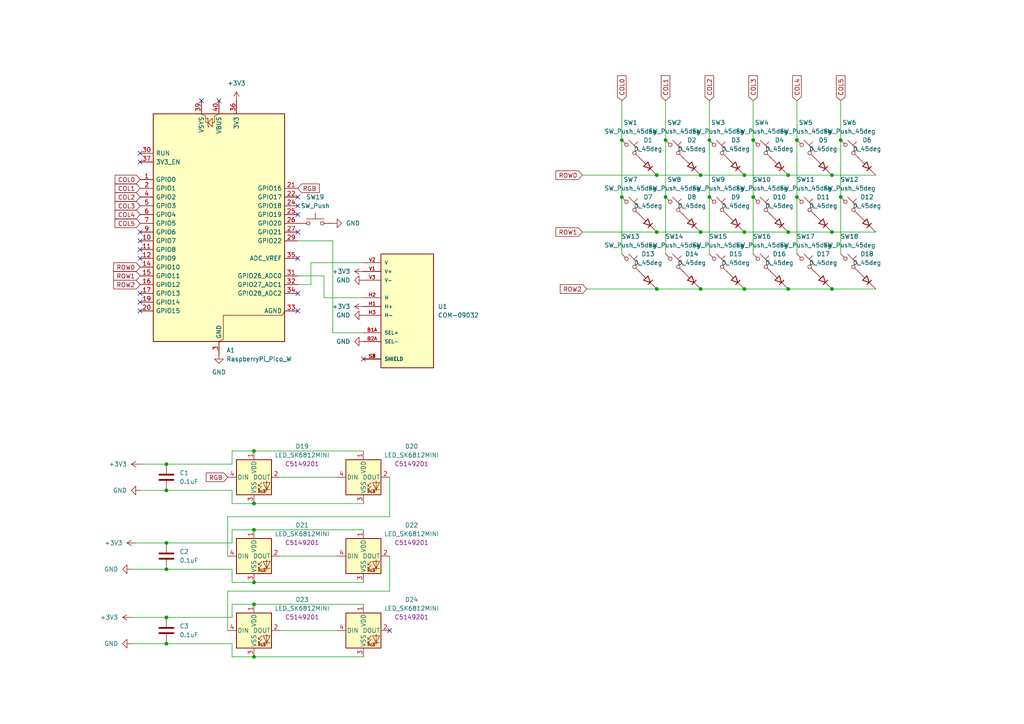
<source format=kicad_sch>
(kicad_sch (version 20250114) (generator "eeschema") (generator_version "9.0")
  (paper "A4")
  (lib_symbols
    (symbol "COM-09032:COM-09032" (pin_names (offset 1.016))
      (property "Reference" "U" (at -7.62 16.002 0))
      (property "Value" "COM-09032" (at -7.62 -20.32 0))
      (symbol "COM-09032_0_0"
        (rectangle (start -7.62 -17.78) (end 7.62 15.24) (stroke (width 0.254)) (fill (type background)))
        (pin passive line (at -12.7 12.7 0) (length 5.08) (name "V") (number "V2"))
        (pin passive line (at -12.7 10.16 0) (length 5.08) (name "V+") (number "V1"))
        (pin passive line (at -12.7 7.62 0) (length 5.08) (name "V-") (number "V3"))
        (pin passive line (at -12.7 2.54 0) (length 5.08) (name "H") (number "H2"))
        (pin passive line (at -12.7 0 0) (length 5.08) (name "H+") (number "H1"))
        (pin passive line (at -12.7 -2.54 0) (length 5.08) (name "H-") (number "H3"))
        (pin passive line (at -12.7 -7.62 0) (length 5.08) (name "SEL+") (number "B1A"))
        (pin passive line (at -12.7 -10.16 0) (length 5.08) (name "SEL-") (number "B2A"))
        (pin passive line (at -12.7 -15.24 0) (length 5.08) (name "SHIELD") (number "S1"))
        (pin passive line (at -12.7 -15.24 0) (length 5.08) (name "SHIELD") (number "S2"))
        (pin passive line (at -12.7 -15.24 0) (length 5.08) (name "SHIELD") (number "S3"))
        (pin passive line (at -12.7 -15.24 0) (length 5.08) (name "SHIELD") (number "S4"))
      )
    )
    (symbol "Device:C" (pin_numbers (hide yes)) (pin_names (offset 0.254))
      (property "Reference" "C" (at 0.635 2.54 0))
      (property "Value" "C" (at 0.635 -2.54 0))
      (symbol "C_0_1"
        (polyline (pts (xy -2.032 0.762) (xy 2.032 0.762)) (stroke (width 0.508)))
        (polyline (pts (xy -2.032 -0.762) (xy 2.032 -0.762)) (stroke (width 0.508)))
      )
      (symbol "C_1_1"
        (pin passive line (at 0 3.81 270) (length 2.794) (name "~") (number "1"))
        (pin passive line (at 0 -3.81 90) (length 2.794) (name "~") (number "2"))
      )
    )
    (symbol "Device:D_45deg" (pin_numbers (hide yes)) (pin_names (offset 0) (hide yes))
      (property "Reference" "D" (at 1.27 2.54 0))
      (property "Value" "D_45deg" (at 1.27 0 0))
      (symbol "D_45deg_0_1"
        (polyline (pts (xy -1.27 0) (xy 0 1.27) (xy 0.635 -0.635) (xy -1.27 0)) (stroke (width 0.254)))
        (polyline (pts (xy -0.635 0.635) (xy -2.54 2.54)))
        (polyline (pts (xy 0 -1.27) (xy 1.27 0)) (stroke (width 0.254)))
        (polyline (pts (xy 2.54 -2.54) (xy 0.635 -0.635)))
      )
      (symbol "D_45deg_1_1"
        (pin passive line (at -2.54 2.54 0) (length 0) (name "A") (number "2"))
        (pin passive line (at 2.54 -2.54 180) (length 0) (name "K") (number "1"))
      )
    )
    (symbol "MCU_Module:RaspberryPi_Pico_W" (pin_names (offset 0.762))
      (property "Reference" "A" (at -19.05 35.56 0))
      (property "Value" "RaspberryPi_Pico_W" (at 7.62 35.56 0))
      (symbol "RaspberryPi_Pico_W_0_1"
        (rectangle (start -19.05 34.29) (end 19.05 -31.75) (stroke (width 0.254)) (fill (type background)))
        (polyline (pts (xy -5.08 34.29) (xy -3.81 33.655) (xy -3.81 31.75) (xy -3.175 31.75)))
        (polyline (pts (xy -3.429 32.766) (xy -3.429 33.02) (xy -3.175 33.02) (xy -3.175 30.48) (xy -2.921 30.48) (xy -2.921 30.734)))
        (polyline (pts (xy -3.175 31.75) (xy -1.905 33.02) (xy -1.905 30.48) (xy -3.175 31.75)))
        (polyline (pts (xy 0 34.29) (xy -1.27 33.655) (xy -1.27 31.75) (xy -1.905 31.75)))
        (polyline (pts (xy 0 -31.75) (xy 1.27 -31.115) (xy 1.27 -24.13) (xy 18.415 -24.13) (xy 19.05 -22.86)))
      )
      (symbol "RaspberryPi_Pico_W_1_1"
        (pin passive line (at -22.86 22.86 0) (length 3.81) (name "RUN") (number "30"))
        (pin passive line (at -22.86 20.32 0) (length 3.81) (name "3V3_EN") (number "37"))
        (pin bidirectional line (at -22.86 15.24 0) (length 3.81) (name "GPIO0") (number "1"))
        (pin bidirectional line (at -22.86 12.7 0) (length 3.81) (name "GPIO1") (number "2"))
        (pin bidirectional line (at -22.86 10.16 0) (length 3.81) (name "GPIO2") (number "4"))
        (pin bidirectional line (at -22.86 7.62 0) (length 3.81) (name "GPIO3") (number "5"))
        (pin bidirectional line (at -22.86 5.08 0) (length 3.81) (name "GPIO4") (number "6"))
        (pin bidirectional line (at -22.86 2.54 0) (length 3.81) (name "GPIO5") (number "7"))
        (pin bidirectional line (at -22.86 0 0) (length 3.81) (name "GPIO6") (number "9"))
        (pin bidirectional line (at -22.86 -2.54 0) (length 3.81) (name "GPIO7") (number "10"))
        (pin bidirectional line (at -22.86 -5.08 0) (length 3.81) (name "GPIO8") (number "11"))
        (pin bidirectional line (at -22.86 -7.62 0) (length 3.81) (name "GPIO9") (number "12"))
        (pin bidirectional line (at -22.86 -10.16 0) (length 3.81) (name "GPIO10") (number "14"))
        (pin bidirectional line (at -22.86 -12.7 0) (length 3.81) (name "GPIO11") (number "15"))
        (pin bidirectional line (at -22.86 -15.24 0) (length 3.81) (name "GPIO12") (number "16"))
        (pin bidirectional line (at -22.86 -17.78 0) (length 3.81) (name "GPIO13") (number "17"))
        (pin bidirectional line (at -22.86 -20.32 0) (length 3.81) (name "GPIO14") (number "19"))
        (pin bidirectional line (at -22.86 -22.86 0) (length 3.81) (name "GPIO15") (number "20"))
        (pin power_in line (at -5.08 38.1 270) (length 3.81) (name "VSYS") (number "39"))
        (pin power_out line (at 0 38.1 270) (length 3.81) (name "VBUS") (number "40"))
        (pin passive line (at 0 -35.56 90) (length 3.81) (hide yes) (name "GND") (number "13"))
        (pin passive line (at 0 -35.56 90) (length 3.81) (hide yes) (name "GND") (number "18"))
        (pin passive line (at 0 -35.56 90) (length 3.81) (hide yes) (name "GND") (number "23"))
        (pin passive line (at 0 -35.56 90) (length 3.81) (hide yes) (name "GND") (number "28"))
        (pin power_out line (at 0 -35.56 90) (length 3.81) (name "GND") (number "3"))
        (pin passive line (at 0 -35.56 90) (length 3.81) (hide yes) (name "GND") (number "38"))
        (pin passive line (at 0 -35.56 90) (length 3.81) (hide yes) (name "GND") (number "8"))
        (pin power_out line (at 5.08 38.1 270) (length 3.81) (name "3V3") (number "36"))
        (pin bidirectional line (at 22.86 12.7 180) (length 3.81) (name "GPIO16") (number "21"))
        (pin bidirectional line (at 22.86 10.16 180) (length 3.81) (name "GPIO17") (number "22"))
        (pin bidirectional line (at 22.86 7.62 180) (length 3.81) (name "GPIO18") (number "24"))
        (pin bidirectional line (at 22.86 5.08 180) (length 3.81) (name "GPIO19") (number "25"))
        (pin bidirectional line (at 22.86 2.54 180) (length 3.81) (name "GPIO20") (number "26"))
        (pin bidirectional line (at 22.86 0 180) (length 3.81) (name "GPIO21") (number "27"))
        (pin bidirectional line (at 22.86 -2.54 180) (length 3.81) (name "GPIO22") (number "29"))
        (pin power_in line (at 22.86 -7.62 180) (length 3.81) (name "ADC_VREF") (number "35"))
        (pin bidirectional line (at 22.86 -12.7 180) (length 3.81) (name "GPIO26_ADC0") (number "31"))
        (pin bidirectional line (at 22.86 -15.24 180) (length 3.81) (name "GPIO27_ADC1") (number "32"))
        (pin bidirectional line (at 22.86 -17.78 180) (length 3.81) (name "GPIO28_ADC2") (number "34"))
        (pin power_out line (at 22.86 -22.86 180) (length 3.81) (name "AGND") (number "33"))
      )
    )
    (symbol "ScottoKeebs:LED_SK6812MINI" (pin_names (offset 0.254))
      (property "Reference" "D" (at 2.032 5.588 0))
      (property "Value" "LED_SK6812MINI" (at 1.27 -5.715 0))
      (property "LCSC" "C5149201" (at 0 0 0))
      (symbol "LED_SK6812MINI_0_0"
        (text "RGB" (at 2.286 -4.191 0) (effects (font (size 0.762 0.762))))
      )
      (symbol "LED_SK6812MINI_0_1"
        (rectangle (start -5.08 5.08) (end 5.08 -5.08) (stroke (width 0.254)) (fill (type background)))
        (polyline (pts (xy 1.27 -2.54) (xy 1.778 -2.54)))
        (polyline (pts (xy 1.27 -3.556) (xy 1.778 -3.556)))
        (polyline (pts (xy 2.286 -1.524) (xy 1.27 -2.54) (xy 1.27 -2.032)))
        (polyline (pts (xy 2.286 -2.54) (xy 1.27 -3.556) (xy 1.27 -3.048)))
        (polyline (pts (xy 3.683 -1.016) (xy 3.683 -3.556) (xy 3.683 -4.064)))
        (polyline (pts (xy 4.699 -1.524) (xy 2.667 -1.524) (xy 3.683 -3.556) (xy 4.699 -1.524)))
        (polyline (pts (xy 4.699 -3.556) (xy 2.667 -3.556)))
      )
      (symbol "LED_SK6812MINI_1_1"
        (pin input line (at -7.62 0 0) (length 2.54) (name "DIN") (number "4"))
        (pin power_in line (at 0 7.62 270) (length 2.54) (name "VDD") (number "1"))
        (pin power_in line (at 0 -7.62 90) (length 2.54) (name "VSS") (number "3"))
        (pin output line (at 7.62 0 180) (length 2.54) (name "DOUT") (number "2"))
      )
    )
    (symbol "Switch:SW_Push" (pin_numbers (hide yes)) (pin_names (offset 1.016) (hide yes))
      (property "Reference" "SW" (at 1.27 2.54 0))
      (property "Value" "SW_Push" (at 0 -1.524 0))
      (symbol "SW_Push_0_1"
        (circle (center -2.032 0) (radius 0.508))
        (polyline (pts (xy 0 1.27) (xy 0 3.048)))
        (circle (center 2.032 0) (radius 0.508))
        (polyline (pts (xy 2.54 1.27) (xy -2.54 1.27)))
        (pin passive line (at -5.08 0 0) (length 2.54) (name "1") (number "1"))
        (pin passive line (at 5.08 0 180) (length 2.54) (name "2") (number "2"))
      )
    )
    (symbol "Switch:SW_Push_45deg" (pin_numbers (hide yes)) (pin_names (offset 1.016) (hide yes))
      (property "Reference" "SW" (at 3.048 1.016 0))
      (property "Value" "SW_Push_45deg" (at 0 -3.81 0))
      (symbol "SW_Push_45deg_0_1"
        (polyline (pts (xy -2.54 2.54) (xy -1.524 1.524) (xy -1.524 1.524)))
        (circle (center -1.1684 1.1684) (radius 0.508))
        (polyline (pts (xy -0.508 2.54) (xy 2.54 -0.508)))
        (polyline (pts (xy 1.016 1.016) (xy 2.032 2.032)))
        (circle (center 1.143 -1.1938) (radius 0.508))
        (polyline (pts (xy 1.524 -1.524) (xy 2.54 -2.54) (xy 2.54 -2.54) (xy 2.54 -2.54)))
        (pin passive line (at -2.54 2.54 0) (length 0) (name "1") (number "1"))
        (pin passive line (at 2.54 -2.54 180) (length 0) (name "2") (number "2"))
      )
    )
    (symbol "power:+3V3" (power) (pin_numbers (hide yes)) (pin_names (offset 0) (hide yes))
      (property "Value" "+3V3" (at 0 3.556 0))
      (symbol "+3V3_0_1"
        (polyline (pts (xy -0.762 1.27) (xy 0 2.54)))
        (polyline (pts (xy 0 2.54) (xy 0.762 1.27)))
        (polyline (pts (xy 0 0) (xy 0 2.54)))
      )
      (symbol "+3V3_1_1"
        (pin power_in line (at 0 0 90) (length 0) (name "~") (number "1"))
      )
    )
    (symbol "power:GND" (power) (pin_numbers (hide yes)) (pin_names (offset 0) (hide yes))
      (property "Value" "GND" (at 0 -3.81 0))
      (symbol "GND_0_1"
        (polyline (pts (xy 0 0) (xy 0 -1.27) (xy 1.27 -1.27) (xy 0 -2.54) (xy -1.27 -1.27) (xy 0 -1.27)))
      )
      (symbol "GND_1_1"
        (pin power_in line (at 0 0 270) (length 0) (name "~") (number "1"))
      )
    )
  )
  (junction (at 231.14 57.15))
  (junction (at 241.3 67.31))
  (junction (at 243.84 40.64))
  (junction (at 48.26 179.07))
  (junction (at 48.26 157.48))
  (junction (at 205.74 57.15))
  (junction (at 241.3 83.82))
  (junction (at 215.9 50.8))
  (junction (at 190.5 50.8))
  (junction (at 228.6 50.8))
  (junction (at 73.66 153.67))
  (junction (at 190.5 67.31))
  (junction (at 48.26 165.1))
  (junction (at 73.66 168.91))
  (junction (at 190.5 83.82))
  (junction (at 48.26 134.62))
  (junction (at 48.26 142.24))
  (junction (at 203.2 83.82))
  (junction (at 228.6 67.31))
  (junction (at 241.3 50.8))
  (junction (at 228.6 83.82))
  (junction (at 193.04 57.15))
  (junction (at 218.44 57.15))
  (junction (at 73.66 190.5))
  (junction (at 215.9 67.31))
  (junction (at 73.66 130.81))
  (junction (at 243.84 57.15))
  (junction (at 73.66 175.26))
  (junction (at 218.44 40.64))
  (junction (at 231.14 40.64))
  (junction (at 203.2 67.31))
  (junction (at 203.2 50.8))
  (junction (at 180.34 40.64))
  (junction (at 215.9 83.82))
  (junction (at 180.34 57.15))
  (junction (at 48.26 186.69))
  (junction (at 205.74 40.64))
  (junction (at 193.04 40.64))
  (junction (at 73.66 146.05))
  (no_connect (at 40.64 69.85))
  (no_connect (at 86.36 85.09))
  (no_connect (at 86.36 90.17))
  (no_connect (at 40.64 67.31))
  (no_connect (at 86.36 67.31))
  (no_connect (at 86.36 59.69))
  (no_connect (at 105.41 104.14))
  (no_connect (at 40.64 44.45))
  (no_connect (at 63.5 29.21))
  (no_connect (at 86.36 62.23))
  (no_connect (at 86.36 57.15))
  (no_connect (at 58.42 29.21))
  (no_connect (at 40.64 85.09))
  (no_connect (at 40.64 74.93))
  (no_connect (at 40.64 90.17))
  (no_connect (at 40.64 87.63))
  (no_connect (at 113.03 182.88))
  (no_connect (at 86.36 74.93))
  (no_connect (at 40.64 72.39))
  (no_connect (at 40.64 46.99))
  (wire (pts (xy 228.6 83.82) (xy 241.3 83.82)))
  (wire (pts (xy 105.41 96.52) (xy 96.52 96.52)))
  (wire (pts (xy 48.26 134.62) (xy 67.31 134.62)))
  (wire (pts (xy 231.14 40.64) (xy 231.14 57.15)))
  (wire (pts (xy 105.41 76.2) (xy 90.17 76.2)))
  (wire (pts (xy 205.74 29.21) (xy 205.74 40.64)))
  (wire (pts (xy 218.44 57.15) (xy 218.44 73.66)))
  (wire (pts (xy 67.31 168.91) (xy 73.66 168.91)))
  (wire (pts (xy 93.98 86.36) (xy 93.98 80.01)))
  (wire (pts (xy 38.1 179.07) (xy 48.26 179.07)))
  (wire (pts (xy 190.5 67.31) (xy 203.2 67.31)))
  (wire (pts (xy 48.26 165.1) (xy 67.31 165.1)))
  (wire (pts (xy 180.34 57.15) (xy 180.34 73.66)))
  (wire (pts (xy 81.28 138.43) (xy 97.79 138.43)))
  (wire (pts (xy 190.5 83.82) (xy 203.2 83.82)))
  (wire (pts (xy 203.2 67.31) (xy 215.9 67.31)))
  (wire (pts (xy 218.44 40.64) (xy 218.44 57.15)))
  (wire (pts (xy 81.28 161.29) (xy 97.79 161.29)))
  (wire (pts (xy 190.5 50.8) (xy 203.2 50.8)))
  (wire (pts (xy 73.66 146.05) (xy 105.41 146.05)))
  (wire (pts (xy 215.9 67.31) (xy 228.6 67.31)))
  (wire (pts (xy 105.41 86.36) (xy 93.98 86.36)))
  (wire (pts (xy 66.04 171.45) (xy 66.04 182.88)))
  (wire (pts (xy 218.44 29.21) (xy 218.44 40.64)))
  (wire (pts (xy 193.04 40.64) (xy 193.04 57.15)))
  (wire (pts (xy 113.03 161.29) (xy 113.03 171.45)))
  (wire (pts (xy 215.9 50.8) (xy 228.6 50.8)))
  (wire (pts (xy 73.66 130.81) (xy 105.41 130.81)))
  (wire (pts (xy 203.2 83.82) (xy 215.9 83.82)))
  (wire (pts (xy 203.2 50.8) (xy 215.9 50.8)))
  (wire (pts (xy 73.66 153.67) (xy 105.41 153.67)))
  (wire (pts (xy 48.26 142.24) (xy 67.31 142.24)))
  (wire (pts (xy 73.66 190.5) (xy 105.41 190.5)))
  (wire (pts (xy 81.28 182.88) (xy 97.79 182.88)))
  (wire (pts (xy 241.3 83.82) (xy 254 83.82)))
  (wire (pts (xy 241.3 50.8) (xy 254 50.8)))
  (wire (pts (xy 205.74 57.15) (xy 205.74 73.66)))
  (wire (pts (xy 113.03 149.86) (xy 66.04 149.86)))
  (wire (pts (xy 243.84 40.64) (xy 243.84 57.15)))
  (wire (pts (xy 193.04 57.15) (xy 193.04 73.66)))
  (wire (pts (xy 67.31 179.07) (xy 67.31 175.26)))
  (wire (pts (xy 113.03 171.45) (xy 66.04 171.45)))
  (wire (pts (xy 228.6 67.31) (xy 241.3 67.31)))
  (wire (pts (xy 38.1 186.69) (xy 48.26 186.69)))
  (wire (pts (xy 66.04 149.86) (xy 66.04 161.29)))
  (wire (pts (xy 67.31 134.62) (xy 67.31 130.81)))
  (wire (pts (xy 40.64 142.24) (xy 48.26 142.24)))
  (wire (pts (xy 48.26 186.69) (xy 67.31 186.69)))
  (wire (pts (xy 67.31 146.05) (xy 73.66 146.05)))
  (wire (pts (xy 228.6 50.8) (xy 241.3 50.8)))
  (wire (pts (xy 67.31 186.69) (xy 67.31 190.5)))
  (wire (pts (xy 67.31 190.5) (xy 73.66 190.5)))
  (wire (pts (xy 113.03 138.43) (xy 113.03 149.86)))
  (wire (pts (xy 73.66 175.26) (xy 105.41 175.26)))
  (wire (pts (xy 180.34 40.64) (xy 180.34 57.15)))
  (wire (pts (xy 215.9 83.82) (xy 228.6 83.82)))
  (wire (pts (xy 243.84 57.15) (xy 243.84 73.66)))
  (wire (pts (xy 67.31 153.67) (xy 73.66 153.67)))
  (wire (pts (xy 96.52 69.85) (xy 86.36 69.85)))
  (wire (pts (xy 241.3 67.31) (xy 254 67.31)))
  (wire (pts (xy 170.18 83.82) (xy 190.5 83.82)))
  (wire (pts (xy 73.66 168.91) (xy 105.41 168.91)))
  (wire (pts (xy 205.74 40.64) (xy 205.74 57.15)))
  (wire (pts (xy 67.31 175.26) (xy 73.66 175.26)))
  (wire (pts (xy 90.17 76.2) (xy 90.17 82.55)))
  (wire (pts (xy 67.31 157.48) (xy 67.31 153.67)))
  (wire (pts (xy 193.04 29.21) (xy 193.04 40.64)))
  (wire (pts (xy 168.91 50.8) (xy 190.5 50.8)))
  (wire (pts (xy 231.14 29.21) (xy 231.14 40.64)))
  (wire (pts (xy 90.17 82.55) (xy 86.36 82.55)))
  (wire (pts (xy 67.31 130.81) (xy 73.66 130.81)))
  (wire (pts (xy 40.64 134.62) (xy 48.26 134.62)))
  (wire (pts (xy 243.84 29.21) (xy 243.84 40.64)))
  (wire (pts (xy 38.1 165.1) (xy 48.26 165.1)))
  (wire (pts (xy 168.91 67.31) (xy 190.5 67.31)))
  (wire (pts (xy 48.26 157.48) (xy 67.31 157.48)))
  (wire (pts (xy 67.31 165.1) (xy 67.31 168.91)))
  (wire (pts (xy 180.34 29.21) (xy 180.34 40.64)))
  (wire (pts (xy 48.26 179.07) (xy 67.31 179.07)))
  (wire (pts (xy 231.14 57.15) (xy 231.14 73.66)))
  (wire (pts (xy 39.37 157.48) (xy 48.26 157.48)))
  (wire (pts (xy 96.52 96.52) (xy 96.52 69.85)))
  (wire (pts (xy 93.98 80.01) (xy 86.36 80.01)))
  (wire (pts (xy 67.31 142.24) (xy 67.31 146.05)))
  (global_label "ROW0" (shape input) (at 168.91 50.8 180) (property "Intersheetrefs" "${INTERSHEET_REFS}" (effects (hide yes))))
  (global_label "COL5" (shape input) (at 243.84 29.21 90) (property "Intersheetrefs" "${INTERSHEET_REFS}" (effects (hide yes))))
  (global_label "COL3" (shape input) (at 40.64 59.69 180) (property "Intersheetrefs" "${INTERSHEET_REFS}" (effects (hide yes))))
  (global_label "ROW1" (shape input) (at 40.64 80.01 180) (property "Intersheetrefs" "${INTERSHEET_REFS}" (effects (hide yes))))
  (global_label "ROW2" (shape input) (at 40.64 82.55 180) (property "Intersheetrefs" "${INTERSHEET_REFS}" (effects (hide yes))))
  (global_label "COL0" (shape input) (at 180.34 29.21 90) (property "Intersheetrefs" "${INTERSHEET_REFS}" (effects (hide yes))))
  (global_label "COL5" (shape input) (at 40.64 64.77 180) (property "Intersheetrefs" "${INTERSHEET_REFS}" (effects (hide yes))))
  (global_label "COL4" (shape input) (at 40.64 62.23 180) (property "Intersheetrefs" "${INTERSHEET_REFS}" (effects (hide yes))))
  (global_label "ROW1" (shape input) (at 168.91 67.31 180) (property "Intersheetrefs" "${INTERSHEET_REFS}" (effects (hide yes))))
  (global_label "COL0" (shape input) (at 40.64 52.07 180) (property "Intersheetrefs" "${INTERSHEET_REFS}" (effects (hide yes))))
  (global_label "RGB" (shape input) (at 66.04 138.43 180) (property "Intersheetrefs" "${INTERSHEET_REFS}" (effects (hide yes))))
  (global_label "ROW2" (shape input) (at 170.18 83.82 180) (property "Intersheetrefs" "${INTERSHEET_REFS}" (effects (hide yes))))
  (global_label "COL1" (shape input) (at 40.64 54.61 180) (property "Intersheetrefs" "${INTERSHEET_REFS}" (effects (hide yes))))
  (global_label "COL4" (shape input) (at 231.14 29.21 90) (property "Intersheetrefs" "${INTERSHEET_REFS}" (effects (hide yes))))
  (global_label "COL1" (shape input) (at 193.04 29.21 90) (property "Intersheetrefs" "${INTERSHEET_REFS}" (effects (hide yes))))
  (global_label "COL2" (shape input) (at 205.74 29.21 90) (property "Intersheetrefs" "${INTERSHEET_REFS}" (effects (hide yes))))
  (global_label "COL3" (shape input) (at 218.44 29.21 90) (property "Intersheetrefs" "${INTERSHEET_REFS}" (effects (hide yes))))
  (global_label "COL2" (shape input) (at 40.64 57.15 180) (property "Intersheetrefs" "${INTERSHEET_REFS}" (effects (hide yes))))
  (global_label "RGB" (shape input) (at 86.36 54.61 0) (property "Intersheetrefs" "${INTERSHEET_REFS}" (effects (hide yes))))
  (global_label "ROW0" (shape input) (at 40.64 77.47 180) (property "Intersheetrefs" "${INTERSHEET_REFS}" (effects (hide yes))))
  (symbol (lib_id "Device:C") (at 48.26 161.29 0) (unit 1)
    (property "Reference" "C2" (at 52.07 160.0199 0) (effects (justify left)))
    (property "Value" "0.1uF" (at 52.07 162.5599 0) (effects (justify left)))
    (property "Footprint" "Capacitor_THT:C_Disc_D3.0mm_W1.6mm_P2.50mm" (effects (hide yes)))
    (property "Description" "Unpolarized capacitor" (effects (hide yes)))
  )
  (symbol (lib_id "power:GND") (at 38.1 165.1 270) (unit 1)
    (property "Reference" "#PWR013" (effects (hide yes)))
    (property "Value" "GND" (at 34.29 165.0999 90) (effects (justify right)))
    (property "Description" "Power symbol creates a global label with name \"GND\" , ground" (effects (hide yes)))
  )
  (symbol (lib_id "Device:D_45deg") (at 238.76 48.26 0) (unit 1)
    (property "Reference" "D5" (at 238.76 40.64 0))
    (property "Value" "D_45deg" (at 238.76 43.18 0))
    (property "Footprint" "Diode_THT:D_DO-35_SOD27_P7.62mm_Horizontal" (effects (hide yes)))
    (property "Description" "Diode, rotated by 45°" (effects (hide yes)))
    (property "Sim.Device" "D" (effects (hide yes)))
    (property "Sim.Pins" "1=K 2=A" (effects (hide yes)))
  )
  (symbol (lib_id "ScottoKeebs:LED_SK6812MINI") (at 73.66 161.29 0) (unit 1)
    (property "Reference" "D21" (at 87.63 152.3298 0))
    (property "Value" "LED_SK6812MINI" (at 87.63 154.8698 0))
    (property "Footprint" "ScottoKeebs_Components:LED_SK6812MINI" (effects (hide yes)))
    (property "Datasheet" "https://cdn-shop.adafruit.com/product-files/2686/SK6812MINI_REV.01-1-2.pdf" (effects (hide yes)))
    (property "Description" "RGB LED with integrated controller" (effects (hide yes)))
    (property "LCSC" "C5149201" (at 87.63 157.4098 0))
  )
  (symbol (lib_id "Device:D_45deg") (at 213.36 81.28 0) (unit 1)
    (property "Reference" "D15" (at 213.36 73.66 0))
    (property "Value" "D_45deg" (at 213.36 76.2 0))
    (property "Footprint" "Diode_THT:D_DO-35_SOD27_P7.62mm_Horizontal" (effects (hide yes)))
    (property "Description" "Diode, rotated by 45°" (effects (hide yes)))
    (property "Sim.Device" "D" (effects (hide yes)))
    (property "Sim.Pins" "1=K 2=A" (effects (hide yes)))
  )
  (symbol (lib_id "MCU_Module:RaspberryPi_Pico_W") (at 63.5 67.31 0) (unit 1)
    (property "Reference" "A1" (at 65.6433 101.6 0) (effects (justify left)))
    (property "Value" "RaspberryPi_Pico_W" (at 65.6433 104.14 0) (effects (justify left)))
    (property "Footprint" "Module:RaspberryPi_Pico_Common_THT" (effects (hide yes)))
    (property "Datasheet" "https://datasheets.raspberrypi.com/picow/pico-w-datasheet.pdf" (effects (hide yes)))
    (property "Description" "Versatile and inexpensive wireless microcontroller module powered by RP2040 dual-core Arm Cortex-M0+ processor up to 133 MHz, 264kB SRAM, 2MB QSPI flash, Infineon CYW43439 2.4GHz 802.11n wireless LAN; also supports Raspberry Pi Pico 2 W" (effects (hide yes)))
  )
  (symbol (lib_id "Device:D_45deg") (at 200.66 81.28 0) (unit 1)
    (property "Reference" "D14" (at 200.66 73.66 0))
    (property "Value" "D_45deg" (at 200.66 76.2 0))
    (property "Footprint" "Diode_THT:D_DO-35_SOD27_P7.62mm_Horizontal" (effects (hide yes)))
    (property "Description" "Diode, rotated by 45°" (effects (hide yes)))
    (property "Sim.Device" "D" (effects (hide yes)))
    (property "Sim.Pins" "1=K 2=A" (effects (hide yes)))
  )
  (symbol (lib_id "ScottoKeebs:LED_SK6812MINI") (at 105.41 161.29 0) (unit 1)
    (property "Reference" "D22" (at 119.38 152.3298 0))
    (property "Value" "LED_SK6812MINI" (at 119.38 154.8698 0))
    (property "Footprint" "ScottoKeebs_Components:LED_SK6812MINI" (effects (hide yes)))
    (property "Datasheet" "https://cdn-shop.adafruit.com/product-files/2686/SK6812MINI_REV.01-1-2.pdf" (effects (hide yes)))
    (property "Description" "RGB LED with integrated controller" (effects (hide yes)))
    (property "LCSC" "C5149201" (at 119.38 157.4098 0))
  )
  (symbol (lib_id "Switch:SW_Push_45deg") (at 195.58 43.18 0) (unit 1)
    (property "Reference" "SW2" (at 195.58 35.56 0))
    (property "Value" "SW_Push_45deg" (at 195.58 38.1 0))
    (property "Footprint" "ScottoKeebs_Hotswap:Hotswap_MX_Plated" (effects (hide yes)))
    (property "Description" "Push button switch, normally open, two pins, 45° tilted" (effects (hide yes)))
  )
  (symbol (lib_id "Switch:SW_Push_45deg") (at 208.28 59.69 0) (unit 1)
    (property "Reference" "SW9" (at 208.28 52.07 0))
    (property "Value" "SW_Push_45deg" (at 208.28 54.61 0))
    (property "Footprint" "ScottoKeebs_Hotswap:Hotswap_MX_Plated" (effects (hide yes)))
    (property "Description" "Push button switch, normally open, two pins, 45° tilted" (effects (hide yes)))
  )
  (symbol (lib_id "Switch:SW_Push_45deg") (at 220.98 59.69 0) (unit 1)
    (property "Reference" "SW10" (at 220.98 52.07 0))
    (property "Value" "SW_Push_45deg" (at 220.98 54.61 0))
    (property "Footprint" "ScottoKeebs_Hotswap:Hotswap_MX_Plated" (effects (hide yes)))
    (property "Description" "Push button switch, normally open, two pins, 45° tilted" (effects (hide yes)))
  )
  (symbol (lib_id "Switch:SW_Push_45deg") (at 233.68 59.69 0) (unit 1)
    (property "Reference" "SW11" (at 233.68 52.07 0))
    (property "Value" "SW_Push_45deg" (at 233.68 54.61 0))
    (property "Footprint" "ScottoKeebs_Hotswap:Hotswap_MX_Plated" (effects (hide yes)))
    (property "Description" "Push button switch, normally open, two pins, 45° tilted" (effects (hide yes)))
  )
  (symbol (lib_id "Device:D_45deg") (at 187.96 48.26 0) (unit 1)
    (property "Reference" "D1" (at 187.96 40.64 0))
    (property "Value" "D_45deg" (at 187.96 43.18 0))
    (property "Footprint" "Diode_THT:D_DO-35_SOD27_P7.62mm_Horizontal" (effects (hide yes)))
    (property "Description" "Diode, rotated by 45°" (effects (hide yes)))
    (property "Sim.Device" "D" (effects (hide yes)))
    (property "Sim.Pins" "1=K 2=A" (effects (hide yes)))
  )
  (symbol (lib_id "ScottoKeebs:LED_SK6812MINI") (at 105.41 138.43 0) (unit 1)
    (property "Reference" "D20" (at 119.38 129.4698 0))
    (property "Value" "LED_SK6812MINI" (at 119.38 132.0098 0))
    (property "Footprint" "ScottoKeebs_Components:LED_SK6812MINI" (effects (hide yes)))
    (property "Datasheet" "https://cdn-shop.adafruit.com/product-files/2686/SK6812MINI_REV.01-1-2.pdf" (effects (hide yes)))
    (property "Description" "RGB LED with integrated controller" (effects (hide yes)))
    (property "LCSC" "C5149201" (at 119.38 134.5498 0))
  )
  (symbol (lib_id "power:GND") (at 105.41 99.06 270) (unit 1)
    (property "Reference" "#PWR03" (effects (hide yes)))
    (property "Value" "GND" (at 101.6 99.0599 90) (effects (justify right)))
    (property "Description" "Power symbol creates a global label with name \"GND\" , ground" (effects (hide yes)))
  )
  (symbol (lib_id "Device:D_45deg") (at 226.06 81.28 0) (unit 1)
    (property "Reference" "D16" (at 226.06 73.66 0))
    (property "Value" "D_45deg" (at 226.06 76.2 0))
    (property "Footprint" "Diode_THT:D_DO-35_SOD27_P7.62mm_Horizontal" (effects (hide yes)))
    (property "Description" "Diode, rotated by 45°" (effects (hide yes)))
    (property "Sim.Device" "D" (effects (hide yes)))
    (property "Sim.Pins" "1=K 2=A" (effects (hide yes)))
  )
  (symbol (lib_id "Switch:SW_Push_45deg") (at 208.28 76.2 0) (unit 1)
    (property "Reference" "SW15" (at 208.28 68.58 0))
    (property "Value" "SW_Push_45deg" (at 208.28 71.12 0))
    (property "Footprint" "ScottoKeebs_Hotswap:Hotswap_MX_Plated" (effects (hide yes)))
    (property "Description" "Push button switch, normally open, two pins, 45° tilted" (effects (hide yes)))
  )
  (symbol (lib_id "Switch:SW_Push_45deg") (at 195.58 76.2 0) (unit 1)
    (property "Reference" "SW14" (at 195.58 68.58 0))
    (property "Value" "SW_Push_45deg" (at 195.58 71.12 0))
    (property "Footprint" "ScottoKeebs_Hotswap:Hotswap_MX_Plated" (effects (hide yes)))
    (property "Description" "Push button switch, normally open, two pins, 45° tilted" (effects (hide yes)))
  )
  (symbol (lib_id "ScottoKeebs:LED_SK6812MINI") (at 105.41 182.88 0) (unit 1)
    (property "Reference" "D24" (at 119.38 173.9198 0))
    (property "Value" "LED_SK6812MINI" (at 119.38 176.4598 0))
    (property "Footprint" "ScottoKeebs_Components:LED_SK6812MINI" (effects (hide yes)))
    (property "Datasheet" "https://cdn-shop.adafruit.com/product-files/2686/SK6812MINI_REV.01-1-2.pdf" (effects (hide yes)))
    (property "Description" "RGB LED with integrated controller" (effects (hide yes)))
    (property "LCSC" "C5149201" (at 119.38 178.9998 0))
  )
  (symbol (lib_id "ScottoKeebs:LED_SK6812MINI") (at 73.66 182.88 0) (unit 1)
    (property "Reference" "D23" (at 87.63 173.9198 0))
    (property "Value" "LED_SK6812MINI" (at 87.63 176.4598 0))
    (property "Footprint" "ScottoKeebs_Components:LED_SK6812MINI" (effects (hide yes)))
    (property "Datasheet" "https://cdn-shop.adafruit.com/product-files/2686/SK6812MINI_REV.01-1-2.pdf" (effects (hide yes)))
    (property "Description" "RGB LED with integrated controller" (effects (hide yes)))
    (property "LCSC" "C5149201" (at 87.63 178.9998 0))
  )
  (symbol (lib_id "Switch:SW_Push_45deg") (at 208.28 43.18 0) (unit 1)
    (property "Reference" "SW3" (at 208.28 35.56 0))
    (property "Value" "SW_Push_45deg" (at 208.28 38.1 0))
    (property "Footprint" "ScottoKeebs_Hotswap:Hotswap_MX_Plated" (effects (hide yes)))
    (property "Description" "Push button switch, normally open, two pins, 45° tilted" (effects (hide yes)))
  )
  (symbol (lib_id "Switch:SW_Push_45deg") (at 233.68 43.18 0) (unit 1)
    (property "Reference" "SW5" (at 233.68 35.56 0))
    (property "Value" "SW_Push_45deg" (at 233.68 38.1 0))
    (property "Footprint" "ScottoKeebs_Hotswap:Hotswap_MX_Plated" (effects (hide yes)))
    (property "Description" "Push button switch, normally open, two pins, 45° tilted" (effects (hide yes)))
  )
  (symbol (lib_id "Device:D_45deg") (at 226.06 64.77 0) (unit 1)
    (property "Reference" "D10" (at 226.06 57.15 0))
    (property "Value" "D_45deg" (at 226.06 59.69 0))
    (property "Footprint" "Diode_THT:D_DO-35_SOD27_P7.62mm_Horizontal" (effects (hide yes)))
    (property "Description" "Diode, rotated by 45°" (effects (hide yes)))
    (property "Sim.Device" "D" (effects (hide yes)))
    (property "Sim.Pins" "1=K 2=A" (effects (hide yes)))
  )
  (symbol (lib_id "Device:D_45deg") (at 226.06 48.26 0) (unit 1)
    (property "Reference" "D4" (at 226.06 40.64 0))
    (property "Value" "D_45deg" (at 226.06 43.18 0))
    (property "Footprint" "Diode_THT:D_DO-35_SOD27_P7.62mm_Horizontal" (effects (hide yes)))
    (property "Description" "Diode, rotated by 45°" (effects (hide yes)))
    (property "Sim.Device" "D" (effects (hide yes)))
    (property "Sim.Pins" "1=K 2=A" (effects (hide yes)))
  )
  (symbol (lib_id "Device:D_45deg") (at 200.66 48.26 0) (unit 1)
    (property "Reference" "D2" (at 200.66 40.64 0))
    (property "Value" "D_45deg" (at 200.66 43.18 0))
    (property "Footprint" "Diode_THT:D_DO-35_SOD27_P7.62mm_Horizontal" (effects (hide yes)))
    (property "Description" "Diode, rotated by 45°" (effects (hide yes)))
    (property "Sim.Device" "D" (effects (hide yes)))
    (property "Sim.Pins" "1=K 2=A" (effects (hide yes)))
  )
  (symbol (lib_id "Switch:SW_Push_45deg") (at 195.58 59.69 0) (unit 1)
    (property "Reference" "SW8" (at 195.58 52.07 0))
    (property "Value" "SW_Push_45deg" (at 195.58 54.61 0))
    (property "Footprint" "ScottoKeebs_Hotswap:Hotswap_MX_Plated" (effects (hide yes)))
    (property "Description" "Push button switch, normally open, two pins, 45° tilted" (effects (hide yes)))
  )
  (symbol (lib_id "power:GND") (at 96.52 64.77 90) (unit 1)
    (property "Reference" "#PWR08" (effects (hide yes)))
    (property "Value" "GND" (at 100.33 64.7699 90) (effects (justify right)))
    (property "Description" "Power symbol creates a global label with name \"GND\" , ground" (effects (hide yes)))
  )
  (symbol (lib_id "ScottoKeebs:LED_SK6812MINI") (at 73.66 138.43 0) (unit 1)
    (property "Reference" "D19" (at 87.63 129.4698 0))
    (property "Value" "LED_SK6812MINI" (at 87.63 132.0098 0))
    (property "Footprint" "ScottoKeebs_Components:LED_SK6812MINI" (effects (hide yes)))
    (property "Datasheet" "https://cdn-shop.adafruit.com/product-files/2686/SK6812MINI_REV.01-1-2.pdf" (effects (hide yes)))
    (property "Description" "RGB LED with integrated controller" (effects (hide yes)))
    (property "LCSC" "C5149201" (at 87.63 134.5498 0))
  )
  (symbol (lib_id "power:GND") (at 38.1 186.69 270) (unit 1)
    (property "Reference" "#PWR012" (effects (hide yes)))
    (property "Value" "GND" (at 34.29 186.6899 90) (effects (justify right)))
    (property "Description" "Power symbol creates a global label with name \"GND\" , ground" (effects (hide yes)))
  )
  (symbol (lib_id "power:+3V3") (at 40.64 134.62 90) (unit 1)
    (property "Reference" "#PWR09" (effects (hide yes)))
    (property "Value" "+3V3" (at 36.83 134.6199 90) (effects (justify left)))
    (property "Description" "Power symbol creates a global label with name \"+3V3\"" (effects (hide yes)))
  )
  (symbol (lib_id "Device:C") (at 48.26 138.43 0) (unit 1)
    (property "Reference" "C1" (at 52.07 137.1599 0) (effects (justify left)))
    (property "Value" "0.1uF" (at 52.07 139.6999 0) (effects (justify left)))
    (property "Footprint" "Capacitor_THT:C_Disc_D3.0mm_W1.6mm_P2.50mm" (effects (hide yes)))
    (property "Description" "Unpolarized capacitor" (effects (hide yes)))
  )
  (symbol (lib_id "power:GND") (at 105.41 91.44 270) (unit 1)
    (property "Reference" "#PWR04" (effects (hide yes)))
    (property "Value" "GND" (at 101.6 91.4399 90) (effects (justify right)))
    (property "Description" "Power symbol creates a global label with name \"GND\" , ground" (effects (hide yes)))
  )
  (symbol (lib_id "Device:D_45deg") (at 213.36 48.26 0) (unit 1)
    (property "Reference" "D3" (at 213.36 40.64 0))
    (property "Value" "D_45deg" (at 213.36 43.18 0))
    (property "Footprint" "Diode_THT:D_DO-35_SOD27_P7.62mm_Horizontal" (effects (hide yes)))
    (property "Description" "Diode, rotated by 45°" (effects (hide yes)))
    (property "Sim.Device" "D" (effects (hide yes)))
    (property "Sim.Pins" "1=K 2=A" (effects (hide yes)))
  )
  (symbol (lib_id "power:GND") (at 63.5 102.87 0) (unit 1)
    (property "Reference" "#PWR01" (effects (hide yes)))
    (property "Value" "GND" (at 63.5 107.95 0))
    (property "Description" "Power symbol creates a global label with name \"GND\" , ground" (effects (hide yes)))
  )
  (symbol (lib_id "Switch:SW_Push_45deg") (at 182.88 76.2 0) (unit 1)
    (property "Reference" "SW13" (at 182.88 68.58 0))
    (property "Value" "SW_Push_45deg" (at 182.88 71.12 0))
    (property "Footprint" "ScottoKeebs_Hotswap:Hotswap_MX_Plated" (effects (hide yes)))
    (property "Description" "Push button switch, normally open, two pins, 45° tilted" (effects (hide yes)))
  )
  (symbol (lib_id "Device:D_45deg") (at 187.96 64.77 0) (unit 1)
    (property "Reference" "D7" (at 187.96 57.15 0))
    (property "Value" "D_45deg" (at 187.96 59.69 0))
    (property "Footprint" "Diode_THT:D_DO-35_SOD27_P7.62mm_Horizontal" (effects (hide yes)))
    (property "Description" "Diode, rotated by 45°" (effects (hide yes)))
    (property "Sim.Device" "D" (effects (hide yes)))
    (property "Sim.Pins" "1=K 2=A" (effects (hide yes)))
  )
  (symbol (lib_id "Switch:SW_Push_45deg") (at 182.88 59.69 0) (unit 1)
    (property "Reference" "SW7" (at 182.88 52.07 0))
    (property "Value" "SW_Push_45deg" (at 182.88 54.61 0))
    (property "Footprint" "ScottoKeebs_Hotswap:Hotswap_MX_Plated" (effects (hide yes)))
    (property "Description" "Push button switch, normally open, two pins, 45° tilted" (effects (hide yes)))
  )
  (symbol (lib_id "Device:C") (at 48.26 182.88 0) (unit 1)
    (property "Reference" "C3" (at 52.07 181.6099 0) (effects (justify left)))
    (property "Value" "0.1uF" (at 52.07 184.1499 0) (effects (justify left)))
    (property "Footprint" "Capacitor_THT:C_Disc_D3.0mm_W1.6mm_P2.50mm" (effects (hide yes)))
    (property "Description" "Unpolarized capacitor" (effects (hide yes)))
  )
  (symbol (lib_id "power:+3V3") (at 39.37 157.48 90) (unit 1)
    (property "Reference" "#PWR010" (effects (hide yes)))
    (property "Value" "+3V3" (at 35.56 157.4799 90) (effects (justify left)))
    (property "Description" "Power symbol creates a global label with name \"+3V3\"" (effects (hide yes)))
  )
  (symbol (lib_id "Device:D_45deg") (at 251.46 48.26 0) (unit 1)
    (property "Reference" "D6" (at 251.46 40.64 0))
    (property "Value" "D_45deg" (at 251.46 43.18 0))
    (property "Footprint" "Diode_THT:D_DO-35_SOD27_P7.62mm_Horizontal" (effects (hide yes)))
    (property "Description" "Diode, rotated by 45°" (effects (hide yes)))
    (property "Sim.Device" "D" (effects (hide yes)))
    (property "Sim.Pins" "1=K 2=A" (effects (hide yes)))
  )
  (symbol (lib_id "Device:D_45deg") (at 187.96 81.28 0) (unit 1)
    (property "Reference" "D13" (at 187.96 73.66 0))
    (property "Value" "D_45deg" (at 187.96 76.2 0))
    (property "Footprint" "Diode_THT:D_DO-35_SOD27_P7.62mm_Horizontal" (effects (hide yes)))
    (property "Description" "Diode, rotated by 45°" (effects (hide yes)))
    (property "Sim.Device" "D" (effects (hide yes)))
    (property "Sim.Pins" "1=K 2=A" (effects (hide yes)))
  )
  (symbol (lib_id "Switch:SW_Push_45deg") (at 220.98 43.18 0) (unit 1)
    (property "Reference" "SW4" (at 220.98 35.56 0))
    (property "Value" "SW_Push_45deg" (at 220.98 38.1 0))
    (property "Footprint" "ScottoKeebs_Hotswap:Hotswap_MX_Plated" (effects (hide yes)))
    (property "Description" "Push button switch, normally open, two pins, 45° tilted" (effects (hide yes)))
  )
  (symbol (lib_id "Device:D_45deg") (at 200.66 64.77 0) (unit 1)
    (property "Reference" "D8" (at 200.66 57.15 0))
    (property "Value" "D_45deg" (at 200.66 59.69 0))
    (property "Footprint" "Diode_THT:D_DO-35_SOD27_P7.62mm_Horizontal" (effects (hide yes)))
    (property "Description" "Diode, rotated by 45°" (effects (hide yes)))
    (property "Sim.Device" "D" (effects (hide yes)))
    (property "Sim.Pins" "1=K 2=A" (effects (hide yes)))
  )
  (symbol (lib_id "Switch:SW_Push_45deg") (at 246.38 59.69 0) (unit 1)
    (property "Reference" "SW12" (at 246.38 52.07 0))
    (property "Value" "SW_Push_45deg" (at 246.38 54.61 0))
    (property "Footprint" "ScottoKeebs_Hotswap:Hotswap_MX_Plated" (effects (hide yes)))
    (property "Description" "Push button switch, normally open, two pins, 45° tilted" (effects (hide yes)))
  )
  (symbol (lib_id "Switch:SW_Push_45deg") (at 246.38 76.2 0) (unit 1)
    (property "Reference" "SW18" (at 246.38 68.58 0))
    (property "Value" "SW_Push_45deg" (at 246.38 71.12 0))
    (property "Footprint" "ScottoKeebs_Hotswap:Hotswap_MX_Plated" (effects (hide yes)))
    (property "Description" "Push button switch, normally open, two pins, 45° tilted" (effects (hide yes)))
  )
  (symbol (lib_id "power:+3V3") (at 38.1 179.07 90) (unit 1)
    (property "Reference" "#PWR011" (effects (hide yes)))
    (property "Value" "+3V3" (at 34.29 179.0699 90) (effects (justify left)))
    (property "Description" "Power symbol creates a global label with name \"+3V3\"" (effects (hide yes)))
  )
  (symbol (lib_id "Device:D_45deg") (at 213.36 64.77 0) (unit 1)
    (property "Reference" "D9" (at 213.36 57.15 0))
    (property "Value" "D_45deg" (at 213.36 59.69 0))
    (property "Footprint" "Diode_THT:D_DO-35_SOD27_P7.62mm_Horizontal" (effects (hide yes)))
    (property "Description" "Diode, rotated by 45°" (effects (hide yes)))
    (property "Sim.Device" "D" (effects (hide yes)))
    (property "Sim.Pins" "1=K 2=A" (effects (hide yes)))
  )
  (symbol (lib_id "Device:D_45deg") (at 251.46 64.77 0) (unit 1)
    (property "Reference" "D12" (at 251.46 57.15 0))
    (property "Value" "D_45deg" (at 251.46 59.69 0))
    (property "Footprint" "Diode_THT:D_DO-35_SOD27_P7.62mm_Horizontal" (effects (hide yes)))
    (property "Description" "Diode, rotated by 45°" (effects (hide yes)))
    (property "Sim.Device" "D" (effects (hide yes)))
    (property "Sim.Pins" "1=K 2=A" (effects (hide yes)))
  )
  (symbol (lib_id "Device:D_45deg") (at 238.76 64.77 0) (unit 1)
    (property "Reference" "D11" (at 238.76 57.15 0))
    (property "Value" "D_45deg" (at 238.76 59.69 0))
    (property "Footprint" "Diode_THT:D_DO-35_SOD27_P7.62mm_Horizontal" (effects (hide yes)))
    (property "Description" "Diode, rotated by 45°" (effects (hide yes)))
    (property "Sim.Device" "D" (effects (hide yes)))
    (property "Sim.Pins" "1=K 2=A" (effects (hide yes)))
  )
  (symbol (lib_id "COM-09032:COM-09032") (at 118.11 88.9 0) (unit 1)
    (property "Reference" "U1" (at 127 88.8999 0) (effects (justify left)))
    (property "Value" "COM-09032" (at 127 91.4399 0) (effects (justify left)))
    (property "Footprint" "COM-09032:XDCR_COM-09032" (effects (hide yes)))
    (property "MF" "SparkFun Electronics" (effects (hide yes)))
    (property "MAXIMUM_PACKAGE_HEIGHT" "30.1mm" (effects (hide yes)))
    (property "Package" "Package" (effects (hide yes)))
    (property "Price" "None" (effects (hide yes)))
    (property "Check_prices" "https://www.snapeda.com/parts/COM-09032/SparkFun/view-part/?ref=eda" (effects (hide yes)))
    (property "STANDARD" "Manufacturer Recommendations" (effects (hide yes)))
    (property "PARTREV" "N/A" (effects (hide yes)))
    (property "SnapEDA_Link" "https://www.snapeda.com/parts/COM-09032/SparkFun/view-part/?ref=snap" (effects (hide yes)))
    (property "MP" "COM-09032" (effects (hide yes)))
    (property "Description_1" "Joystick, 2 - Axis Analog (Resistive) Output" (effects (hide yes)))
    (property "Availability" "Not in stock" (effects (hide yes)))
    (property "MANUFACTURER" "SparkFun Electronics" (effects (hide yes)))
  )
  (symbol (lib_id "Switch:SW_Push_45deg") (at 233.68 76.2 0) (unit 1)
    (property "Reference" "SW17" (at 233.68 68.58 0))
    (property "Value" "SW_Push_45deg" (at 233.68 71.12 0))
    (property "Footprint" "ScottoKeebs_Hotswap:Hotswap_MX_Plated" (effects (hide yes)))
    (property "Description" "Push button switch, normally open, two pins, 45° tilted" (effects (hide yes)))
  )
  (symbol (lib_id "Switch:SW_Push") (at 91.44 64.77 0) (unit 1)
    (property "Reference" "SW19" (at 91.44 57.15 0))
    (property "Value" "SW_Push" (at 91.44 59.69 0))
    (property "Footprint" "ScottoKeebs_Hotswap:Hotswap_MX_Plated" (effects (hide yes)))
    (property "Description" "Push button switch, generic, two pins" (effects (hide yes)))
  )
  (symbol (lib_id "power:+3V3") (at 68.58 29.21 0) (unit 1)
    (property "Reference" "#PWR02" (effects (hide yes)))
    (property "Value" "+3V3" (at 68.58 24.13 0))
    (property "Description" "Power symbol creates a global label with name \"+3V3\"" (effects (hide yes)))
  )
  (symbol (lib_id "power:+3V3") (at 105.41 78.74 90) (unit 1)
    (property "Reference" "#PWR07" (effects (hide yes)))
    (property "Value" "+3V3" (at 101.6 78.7399 90) (effects (justify left)))
    (property "Description" "Power symbol creates a global label with name \"+3V3\"" (effects (hide yes)))
  )
  (symbol (lib_id "power:GND") (at 40.64 142.24 270) (unit 1)
    (property "Reference" "#PWR014" (effects (hide yes)))
    (property "Value" "GND" (at 36.83 142.2399 90) (effects (justify right)))
    (property "Description" "Power symbol creates a global label with name \"GND\" , ground" (effects (hide yes)))
  )
  (symbol (lib_id "Device:D_45deg") (at 238.76 81.28 0) (unit 1)
    (property "Reference" "D17" (at 238.76 73.66 0))
    (property "Value" "D_45deg" (at 238.76 76.2 0))
    (property "Footprint" "Diode_THT:D_DO-35_SOD27_P7.62mm_Horizontal" (effects (hide yes)))
    (property "Description" "Diode, rotated by 45°" (effects (hide yes)))
    (property "Sim.Device" "D" (effects (hide yes)))
    (property "Sim.Pins" "1=K 2=A" (effects (hide yes)))
  )
  (symbol (lib_id "Switch:SW_Push_45deg") (at 220.98 76.2 0) (unit 1)
    (property "Reference" "SW16" (at 220.98 68.58 0))
    (property "Value" "SW_Push_45deg" (at 220.98 71.12 0))
    (property "Footprint" "ScottoKeebs_Hotswap:Hotswap_MX_Plated" (effects (hide yes)))
    (property "Description" "Push button switch, normally open, two pins, 45° tilted" (effects (hide yes)))
  )
  (symbol (lib_id "power:GND") (at 105.41 81.28 270) (unit 1)
    (property "Reference" "#PWR05" (effects (hide yes)))
    (property "Value" "GND" (at 101.6 81.2799 90) (effects (justify right)))
    (property "Description" "Power symbol creates a global label with name \"GND\" , ground" (effects (hide yes)))
  )
  (symbol (lib_id "Device:D_45deg") (at 251.46 81.28 0) (unit 1)
    (property "Reference" "D18" (at 251.46 73.66 0))
    (property "Value" "D_45deg" (at 251.46 76.2 0))
    (property "Footprint" "Diode_THT:D_DO-35_SOD27_P7.62mm_Horizontal" (effects (hide yes)))
    (property "Description" "Diode, rotated by 45°" (effects (hide yes)))
    (property "Sim.Device" "D" (effects (hide yes)))
    (property "Sim.Pins" "1=K 2=A" (effects (hide yes)))
  )
  (symbol (lib_id "power:+3V3") (at 105.41 88.9 90) (unit 1)
    (property "Reference" "#PWR06" (effects (hide yes)))
    (property "Value" "+3V3" (at 101.6 88.8999 90) (effects (justify left)))
    (property "Description" "Power symbol creates a global label with name \"+3V3\"" (effects (hide yes)))
  )
  (symbol (lib_id "Switch:SW_Push_45deg") (at 246.38 43.18 0) (unit 1)
    (property "Reference" "SW6" (at 246.38 35.56 0))
    (property "Value" "SW_Push_45deg" (at 246.38 38.1 0))
    (property "Footprint" "ScottoKeebs_Hotswap:Hotswap_MX_Plated" (effects (hide yes)))
    (property "Description" "Push button switch, normally open, two pins, 45° tilted" (effects (hide yes)))
  )
  (symbol (lib_id "Switch:SW_Push_45deg") (at 182.88 43.18 0) (unit 1)
    (property "Reference" "SW1" (at 182.88 35.56 0))
    (property "Value" "SW_Push_45deg" (at 182.88 38.1 0))
    (property "Footprint" "ScottoKeebs_Hotswap:Hotswap_MX_Plated" (effects (hide yes)))
    (property "Description" "Push button switch, normally open, two pins, 45° tilted" (effects (hide yes)))
  )
)
</source>
